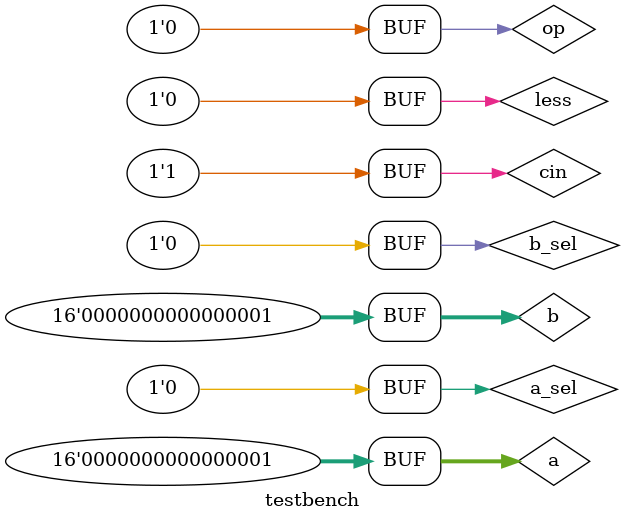
<source format=v>
`timescale 1ns / 1ps


module testbench(

    );
    /*
    reg sel;
    reg a;
    reg b;
    wire x;
    
    two_one_mux mux_UUT(.sel(sel), .a(a), .b(b), .x(x));
    
    initial
    begin
        a = 0;
        b = 1;
        sel = 0;
    end
    
    reg cin;
    reg a;
    reg b;
    wire cout;
    wire sum;
    
    addbit addbit_UUT(.cin(cin), .a(a), .b(b), .cout(cout), .sum(sum));
    
    initial
    begin
        cin = 0;
        a = 0;
        b = 0;
        #10
        cin = 0;
        a = 1;
        b = 0;
        #10
        cin = 0;
        a = 0;
        b = 1;
        #10
        cin = 0;
        a = 1;
        b = 1;
        #10
        cin = 1;
        a = 1;
        b = 1;
        #10
        cin = 1;
        a = 0;
        b = 1;
        #10
        cin = 1;
        a = 0;
        b = 0;
        #10
        cin = 1;
        a = 1;
        b = 0;
    end
    */
    /*
    reg a;
    reg b;
    reg a_sel;
    reg b_sel;
    reg cin;
    reg[1:0] op;
    reg less;
    wire result;
    wire set;
    wire overflow;
    wire cout;
    
    one_bit_alu one_bit_alu_UUT(
         .a(a),
        .b(b),
        .a_sel(a_sel),
        .b_sel(b_sel),
        .cin(cin),
        .op(op),
        .less(less),
        .result(result),
        .cout(cout)
        );
      
     initial
     begin
        a = 1;
        b = 1;
        a_sel = 0;
        b_sel = 0;
        cin = 1;
        op = 2;
        less = 0;
     end
     */
     
     reg [15:0] a;
         reg [15:0] b;
         reg [3:0] alu_control;
         reg less;
         wire [15:0] result;
         wire set;
         wire overflow;
         wire cout;
         
         one_bit_alu one_bit_alu_UUT(
              .a(a),
             .b(b),
             .a_sel(a_sel),
             .b_sel(b_sel),
             .cin(cin),
             .op(op),
             .less(less),
             .result(result),
             .cout(cout)
             );
           
          initial
          begin
             a = 1;
             b = 1;
             a_sel = 0;
             b_sel = 0;
             cin = 1;
             op = 2;
             less = 0;
          end
    
    
endmodule

</source>
